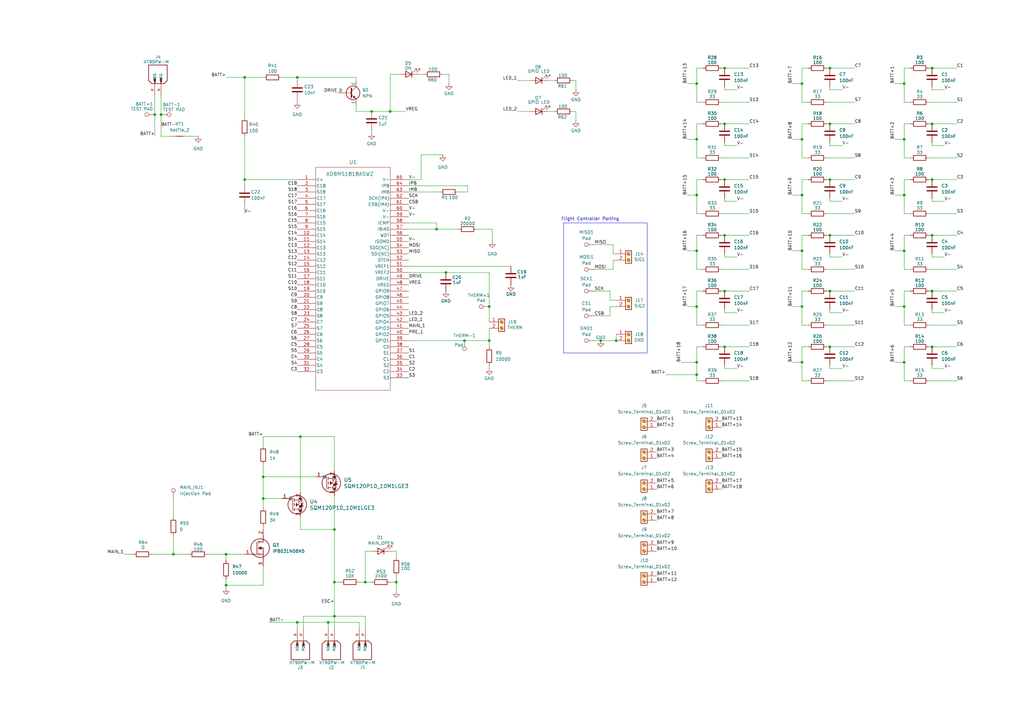
<source format=kicad_sch>
(kicad_sch (version 20250114) (generator "eeschema") (generator_version "9.0")
  (paper "A3")
  (rectangle (start 231.14 91.44) (end 265.43 144.78))
  (text "Flight Controller Porting" (at 242.062 89.916 0) (effects (font (size 1.27 1.27))))
  (junction (at 382.27 73.66))
  (junction (at 252.73 139.7))
  (junction (at 328.93 57.15))
  (junction (at 340.36 50.8))
  (junction (at 340.36 119.38))
  (junction (at 340.36 96.52))
  (junction (at 160.02 45.72))
  (junction (at 149.86 238.76))
  (junction (at 246.38 139.7))
  (junction (at 107.95 204.47))
  (junction (at 328.93 125.73))
  (junction (at 382.27 142.24))
  (junction (at 328.93 80.01))
  (junction (at 121.92 31.75))
  (junction (at 285.75 148.59))
  (junction (at 297.18 142.24))
  (junction (at 328.93 148.59))
  (junction (at 285.75 102.87))
  (junction (at 66.04 46.99))
  (junction (at 63.5 46.99))
  (junction (at 340.36 73.66))
  (junction (at 92.71 227.33))
  (junction (at 285.75 34.29))
  (junction (at 285.75 80.01))
  (junction (at 152.4 45.72))
  (junction (at 340.36 27.94))
  (junction (at 123.19 179.07))
  (junction (at 179.07 93.98))
  (junction (at 382.27 50.8))
  (junction (at 370.84 125.73))
  (junction (at 100.33 31.75))
  (junction (at 297.18 73.66))
  (junction (at 297.18 119.38))
  (junction (at 328.93 102.87))
  (junction (at 137.16 217.17))
  (junction (at 121.92 255.27))
  (junction (at 370.84 57.15))
  (junction (at 370.84 80.01))
  (junction (at 182.88 111.76))
  (junction (at 107.95 195.58))
  (junction (at 297.18 50.8))
  (junction (at 137.16 238.76))
  (junction (at 100.33 73.66))
  (junction (at 297.18 96.52))
  (junction (at 370.84 34.29))
  (junction (at 285.75 57.15))
  (junction (at 200.66 125.73))
  (junction (at 285.75 125.73))
  (junction (at 340.36 142.24))
  (junction (at 200.66 139.7))
  (junction (at 162.56 238.76))
  (junction (at 92.71 240.03))
  (junction (at 285.75 153.67))
  (junction (at 134.62 255.27))
  (junction (at 137.16 252.73))
  (junction (at 382.27 96.52))
  (junction (at 382.27 119.38))
  (junction (at 328.93 34.29))
  (junction (at 71.12 227.33))
  (junction (at 370.84 102.87))
  (junction (at 190.5 139.7))
  (junction (at 370.84 148.59))
  (junction (at 297.18 27.94))
  (junction (at 382.27 27.94))
  (no_connect (at 280.67 -3.81))
  (wire (pts (xy 350.52 133.35) (xy 339.09 133.35)))
  (wire (pts (xy 285.75 87.63) (xy 288.29 87.63)))
  (wire (pts (xy 172.72 63.5) (xy 172.72 73.66)))
  (wire (pts (xy 190.5 139.7) (xy 200.66 139.7)))
  (wire (pts (xy 285.75 102.87) (xy 285.75 96.52)))
  (wire (pts (xy 328.93 119.38) (xy 331.47 119.38)))
  (wire (pts (xy 152.4 226.06) (xy 149.86 226.06)))
  (wire (pts (xy 340.36 128.27) (xy 340.36 127)))
  (wire (pts (xy 184.15 34.29) (xy 184.15 30.48)))
  (wire (pts (xy 279.4 148.59) (xy 285.75 148.59)))
  (wire (pts (xy 167.64 109.22) (xy 209.55 109.22)))
  (wire (pts (xy 302.26 59.69) (xy 297.18 59.69)))
  (wire (pts (xy 129.54 195.58) (xy 107.95 195.58)))
  (wire (pts (xy 123.19 179.07) (xy 123.19 201.93)))
  (wire (pts (xy 100.33 31.75) (xy 92.71 31.75)))
  (wire (pts (xy 328.93 133.35) (xy 328.93 125.73)))
  (wire (pts (xy 243.84 100.33) (xy 251.46 100.33)))
  (wire (pts (xy 281.94 102.87) (xy 285.75 102.87)))
  (wire (pts (xy 328.93 50.8) (xy 331.47 50.8)))
  (wire (pts (xy 328.93 41.91) (xy 328.93 34.29)))
  (wire (pts (xy 179.07 93.98) (xy 187.96 93.98)))
  (wire (pts (xy 340.36 27.94) (xy 339.09 27.94)))
  (wire (pts (xy 63.5 46.99) (xy 63.5 39.37)))
  (wire (pts (xy 297.18 27.94) (xy 295.91 27.94)))
  (wire (pts (xy 328.93 142.24) (xy 331.47 142.24)))
  (wire (pts (xy 382.27 128.27) (xy 382.27 127)))
  (wire (pts (xy 382.27 96.52) (xy 392.43 96.52)))
  (wire (pts (xy 382.27 82.55) (xy 382.27 81.28)))
  (wire (pts (xy 297.18 151.13) (xy 297.18 149.86)))
  (wire (pts (xy 160.02 30.48) (xy 160.02 45.72)))
  (wire (pts (xy 302.26 151.13) (xy 297.18 151.13)))
  (wire (pts (xy 325.12 125.73) (xy 328.93 125.73)))
  (wire (pts (xy 66.04 46.99) (xy 66.04 39.37)))
  (wire (pts (xy 340.36 82.55) (xy 340.36 81.28)))
  (wire (pts (xy 246.38 139.7) (xy 252.73 139.7)))
  (wire (pts (xy 124.46 257.81) (xy 124.46 252.73)))
  (wire (pts (xy 160.02 45.72) (xy 166.37 45.72)))
  (wire (pts (xy 147.32 238.76) (xy 149.86 238.76)))
  (wire (pts (xy 367.03 148.59) (xy 370.84 148.59)))
  (wire (pts (xy 200.66 142.24) (xy 200.66 139.7)))
  (wire (pts (xy 149.86 226.06) (xy 149.86 238.76)))
  (wire (pts (xy 281.94 57.15) (xy 285.75 57.15)))
  (wire (pts (xy 121.92 255.27) (xy 110.49 255.27)))
  (wire (pts (xy 302.26 128.27) (xy 297.18 128.27)))
  (wire (pts (xy 100.33 87.63) (xy 100.33 83.82)))
  (wire (pts (xy 297.18 73.66) (xy 307.34 73.66)))
  (wire (pts (xy 382.27 36.83) (xy 382.27 35.56)))
  (wire (pts (xy 167.64 76.2) (xy 191.77 76.2)))
  (wire (pts (xy 340.36 151.13) (xy 340.36 149.86)))
  (wire (pts (xy 382.27 96.52) (xy 381 96.52)))
  (wire (pts (xy 367.03 125.73) (xy 370.84 125.73)))
  (wire (pts (xy 328.93 156.21) (xy 331.47 156.21)))
  (wire (pts (xy 370.84 57.15) (xy 370.84 50.8)))
  (wire (pts (xy 328.93 148.59) (xy 328.93 142.24)))
  (wire (pts (xy 121.92 31.75) (xy 121.92 33.02)))
  (wire (pts (xy 162.56 228.6) (xy 162.56 226.06)))
  (wire (pts (xy 367.03 80.01) (xy 370.84 80.01)))
  (wire (pts (xy 340.36 36.83) (xy 340.36 35.56)))
  (wire (pts (xy 350.52 64.77) (xy 339.09 64.77)))
  (wire (pts (xy 200.66 125.73) (xy 200.66 132.08)))
  (wire (pts (xy 382.27 50.8) (xy 392.43 50.8)))
  (wire (pts (xy 387.35 59.69) (xy 382.27 59.69)))
  (wire (pts (xy 297.18 27.94) (xy 307.34 27.94)))
  (wire (pts (xy 367.03 102.87) (xy 370.84 102.87)))
  (wire (pts (xy 307.34 133.35) (xy 295.91 133.35)))
  (wire (pts (xy 180.34 78.74) (xy 167.64 78.74)))
  (wire (pts (xy 350.52 110.49) (xy 339.09 110.49)))
  (wire (pts (xy 328.93 80.01) (xy 328.93 73.66)))
  (wire (pts (xy 297.18 96.52) (xy 295.91 96.52)))
  (wire (pts (xy 340.36 142.24) (xy 339.09 142.24)))
  (wire (pts (xy 250.19 119.38) (xy 250.19 123.19)))
  (wire (pts (xy 387.35 105.41) (xy 382.27 105.41)))
  (wire (pts (xy 370.84 102.87) (xy 370.84 96.52)))
  (wire (pts (xy 345.44 105.41) (xy 340.36 105.41)))
  (wire (pts (xy 251.46 106.68) (xy 252.73 106.68)))
  (wire (pts (xy 328.93 87.63) (xy 331.47 87.63)))
  (wire (pts (xy 71.12 227.33) (xy 77.47 227.33)))
  (wire (pts (xy 172.72 73.66) (xy 167.64 73.66)))
  (wire (pts (xy 382.27 73.66) (xy 381 73.66)))
  (wire (pts (xy 107.95 204.47) (xy 107.95 208.28)))
  (wire (pts (xy 325.12 57.15) (xy 328.93 57.15)))
  (wire (pts (xy 370.84 133.35) (xy 370.84 125.73)))
  (wire (pts (xy 297.18 59.69) (xy 297.18 58.42)))
  (wire (pts (xy 107.95 240.03) (xy 107.95 232.41)))
  (wire (pts (xy 149.86 238.76) (xy 152.4 238.76)))
  (wire (pts (xy 285.75 34.29) (xy 285.75 27.94)))
  (wire (pts (xy 392.43 156.21) (xy 381 156.21)))
  (wire (pts (xy 201.93 99.06) (xy 201.93 93.98)))
  (wire (pts (xy 370.84 142.24) (xy 373.38 142.24)))
  (wire (pts (xy 162.56 238.76) (xy 160.02 238.76)))
  (wire (pts (xy 370.84 87.63) (xy 373.38 87.63)))
  (wire (pts (xy 285.75 27.94) (xy 288.29 27.94)))
  (wire (pts (xy 167.64 93.98) (xy 179.07 93.98)))
  (wire (pts (xy 81.28 55.88) (xy 76.2 55.88)))
  (wire (pts (xy 387.35 151.13) (xy 382.27 151.13)))
  (wire (pts (xy 297.18 73.66) (xy 295.91 73.66)))
  (wire (pts (xy 387.35 82.55) (xy 382.27 82.55)))
  (wire (pts (xy 285.75 148.59) (xy 285.75 142.24)))
  (wire (pts (xy 328.93 57.15) (xy 328.93 50.8)))
  (wire (pts (xy 147.32 257.81) (xy 147.32 255.27)))
  (wire (pts (xy 345.44 59.69) (xy 340.36 59.69)))
  (wire (pts (xy 285.75 125.73) (xy 285.75 119.38)))
  (wire (pts (xy 285.75 153.67) (xy 285.75 148.59)))
  (wire (pts (xy 250.19 125.73) (xy 252.73 125.73)))
  (wire (pts (xy 392.43 64.77) (xy 381 64.77)))
  (wire (pts (xy 307.34 64.77) (xy 295.91 64.77)))
  (wire (pts (xy 328.93 102.87) (xy 328.93 96.52)))
  (wire (pts (xy 107.95 190.5) (xy 107.95 195.58)))
  (wire (pts (xy 285.75 110.49) (xy 285.75 102.87)))
  (wire (pts (xy 121.92 40.64) (xy 121.92 41.91)))
  (wire (pts (xy 328.93 34.29) (xy 328.93 27.94)))
  (wire (pts (xy 285.75 133.35) (xy 285.75 125.73)))
  (wire (pts (xy 370.84 87.63) (xy 370.84 80.01)))
  (wire (pts (xy 297.18 96.52) (xy 307.34 96.52)))
  (wire (pts (xy 200.66 151.13) (xy 200.66 149.86)))
  (wire (pts (xy 370.84 119.38) (xy 373.38 119.38)))
  (wire (pts (xy 350.52 87.63) (xy 339.09 87.63)))
  (wire (pts (xy 251.46 106.68) (xy 251.46 110.49)))
  (wire (pts (xy 100.33 73.66) (xy 100.33 76.2)))
  (wire (pts (xy 200.66 111.76) (xy 182.88 111.76)))
  (wire (pts (xy 246.38 139.7) (xy 243.84 139.7)))
  (wire (pts (xy 100.33 55.88) (xy 100.33 73.66)))
  (wire (pts (xy 340.36 105.41) (xy 340.36 104.14)))
  (wire (pts (xy 370.84 125.73) (xy 370.84 119.38)))
  (wire (pts (xy 285.75 156.21) (xy 285.75 153.67)))
  (wire (pts (xy 340.36 50.8) (xy 339.09 50.8)))
  (wire (pts (xy 325.12 80.01) (xy 328.93 80.01)))
  (wire (pts (xy 160.02 30.48) (xy 163.83 30.48)))
  (wire (pts (xy 340.36 119.38) (xy 339.09 119.38)))
  (wire (pts (xy 92.71 241.3) (xy 92.71 240.03)))
  (wire (pts (xy 200.66 139.7) (xy 200.66 134.62)))
  (wire (pts (xy 307.34 156.21) (xy 295.91 156.21)))
  (wire (pts (xy 340.36 142.24) (xy 350.52 142.24)))
  (wire (pts (xy 340.36 50.8) (xy 350.52 50.8)))
  (wire (pts (xy 302.26 82.55) (xy 297.18 82.55)))
  (wire (pts (xy 243.84 119.38) (xy 250.19 119.38)))
  (wire (pts (xy 350.52 156.21) (xy 339.09 156.21)))
  (wire (pts (xy 236.22 49.53) (xy 236.22 45.72)))
  (wire (pts (xy 227.33 45.72) (xy 224.79 45.72)))
  (wire (pts (xy 137.16 238.76) (xy 139.7 238.76)))
  (wire (pts (xy 236.22 36.83) (xy 236.22 33.02)))
  (wire (pts (xy 297.18 119.38) (xy 307.34 119.38)))
  (wire (pts (xy 328.93 156.21) (xy 328.93 148.59)))
  (wire (pts (xy 107.95 179.07) (xy 123.19 179.07)))
  (wire (pts (xy 325.12 148.59) (xy 328.93 148.59)))
  (wire (pts (xy 392.43 110.49) (xy 381 110.49)))
  (wire (pts (xy 297.18 142.24) (xy 307.34 142.24)))
  (wire (pts (xy 123.19 217.17) (xy 123.19 212.09)))
  (wire (pts (xy 137.16 252.73) (xy 137.16 257.81)))
  (wire (pts (xy 252.73 137.16) (xy 252.73 139.7)))
  (wire (pts (xy 297.18 36.83) (xy 297.18 35.56)))
  (wire (pts (xy 285.75 133.35) (xy 288.29 133.35)))
  (wire (pts (xy 250.19 129.54) (xy 250.19 125.73)))
  (wire (pts (xy 184.15 30.48) (xy 181.61 30.48)))
  (wire (pts (xy 297.18 50.8) (xy 295.91 50.8)))
  (wire (pts (xy 370.84 64.77) (xy 370.84 57.15)))
  (wire (pts (xy 179.07 93.98) (xy 179.07 91.44)))
  (wire (pts (xy 121.92 255.27) (xy 121.92 257.81)))
  (wire (pts (xy 285.75 64.77) (xy 285.75 57.15)))
  (wire (pts (xy 370.84 156.21) (xy 373.38 156.21)))
  (wire (pts (xy 297.18 128.27) (xy 297.18 127)))
  (wire (pts (xy 285.75 119.38) (xy 288.29 119.38)))
  (wire (pts (xy 137.16 238.76) (xy 137.16 252.73)))
  (wire (pts (xy 392.43 133.35) (xy 381 133.35)))
  (wire (pts (xy 285.75 96.52) (xy 288.29 96.52)))
  (wire (pts (xy 285.75 156.21) (xy 288.29 156.21)))
  (wire (pts (xy 236.22 33.02) (xy 234.95 33.02)))
  (wire (pts (xy 285.75 57.15) (xy 285.75 50.8)))
  (wire (pts (xy 285.75 87.63) (xy 285.75 80.01)))
  (wire (pts (xy 285.75 80.01) (xy 285.75 73.66)))
  (wire (pts (xy 285.75 73.66) (xy 288.29 73.66)))
  (wire (pts (xy 285.75 50.8) (xy 288.29 50.8)))
  (wire (pts (xy 307.34 110.49) (xy 295.91 110.49)))
  (wire (pts (xy 382.27 119.38) (xy 392.43 119.38)))
  (wire (pts (xy 124.46 252.73) (xy 137.16 252.73)))
  (wire (pts (xy 167.64 139.7) (xy 190.5 139.7)))
  (wire (pts (xy 328.93 64.77) (xy 331.47 64.77)))
  (wire (pts (xy 340.36 96.52) (xy 350.52 96.52)))
  (wire (pts (xy 137.16 203.2) (xy 137.16 217.17)))
  (wire (pts (xy 370.84 41.91) (xy 373.38 41.91)))
  (wire (pts (xy 307.34 41.91) (xy 295.91 41.91)))
  (wire (pts (xy 285.75 64.77) (xy 288.29 64.77)))
  (wire (pts (xy 71.12 204.47) (xy 71.12 212.09)))
  (wire (pts (xy 387.35 36.83) (xy 382.27 36.83)))
  (wire (pts (xy 121.92 31.75) (xy 115.57 31.75)))
  (wire (pts (xy 328.93 27.94) (xy 331.47 27.94)))
  (wire (pts (xy 367.03 57.15) (xy 370.84 57.15)))
  (wire (pts (xy 387.35 128.27) (xy 382.27 128.27)))
  (wire (pts (xy 370.84 96.52) (xy 373.38 96.52)))
  (wire (pts (xy 370.84 34.29) (xy 370.84 27.94)))
  (wire (pts (xy 325.12 102.87) (xy 328.93 102.87)))
  (wire (pts (xy 382.27 59.69) (xy 382.27 58.42)))
  (wire (pts (xy 382.27 151.13) (xy 382.27 149.86)))
  (wire (pts (xy 100.33 31.75) (xy 107.95 31.75)))
  (wire (pts (xy 181.61 63.5) (xy 172.72 63.5)))
  (wire (pts (xy 92.71 240.03) (xy 107.95 240.03)))
  (wire (pts (xy 152.4 45.72) (xy 160.02 45.72)))
  (wire (pts (xy 297.18 119.38) (xy 295.91 119.38)))
  (wire (pts (xy 92.71 240.03) (xy 92.71 237.49)))
  (wire (pts (xy 328.93 110.49) (xy 328.93 102.87)))
  (wire (pts (xy 121.92 31.75) (xy 146.05 31.75)))
  (wire (pts (xy 50.8 227.33) (xy 54.61 227.33)))
  (wire (pts (xy 307.34 87.63) (xy 295.91 87.63)))
  (wire (pts (xy 66.04 55.88) (xy 71.12 55.88)))
  (wire (pts (xy 134.62 255.27) (xy 121.92 255.27)))
  (wire (pts (xy 285.75 142.24) (xy 288.29 142.24)))
  (wire (pts (xy 370.84 156.21) (xy 370.84 148.59)))
  (wire (pts (xy 370.84 133.35) (xy 373.38 133.35)))
  (wire (pts (xy 281.94 125.73) (xy 285.75 125.73)))
  (wire (pts (xy 382.27 142.24) (xy 381 142.24)))
  (wire (pts (xy 345.44 151.13) (xy 340.36 151.13)))
  (wire (pts (xy 328.93 41.91) (xy 331.47 41.91)))
  (wire (pts (xy 382.27 73.66) (xy 392.43 73.66)))
  (wire (pts (xy 382.27 119.38) (xy 381 119.38)))
  (wire (pts (xy 123.19 217.17) (xy 137.16 217.17)))
  (wire (pts (xy 328.93 110.49) (xy 331.47 110.49)))
  (wire (pts (xy 297.18 142.24) (xy 295.91 142.24)))
  (wire (pts (xy 382.27 27.94) (xy 392.43 27.94)))
  (wire (pts (xy 350.52 41.91) (xy 339.09 41.91)))
  (wire (pts (xy 367.03 34.29) (xy 370.84 34.29)))
  (wire (pts (xy 370.84 110.49) (xy 373.38 110.49)))
  (wire (pts (xy 382.27 142.24) (xy 392.43 142.24)))
  (wire (pts (xy 297.18 105.41) (xy 297.18 104.14)))
  (wire (pts (xy 167.64 111.76) (xy 182.88 111.76)))
  (wire (pts (xy 212.09 45.72) (xy 217.17 45.72)))
  (wire (pts (xy 201.93 93.98) (xy 195.58 93.98)))
  (wire (pts (xy 250.19 123.19) (xy 252.73 123.19)))
  (wire (pts (xy 100.33 73.66) (xy 121.92 73.66)))
  (wire (pts (xy 382.27 27.94) (xy 381 27.94)))
  (wire (pts (xy 123.19 179.07) (xy 137.16 179.07)))
  (wire (pts (xy 187.96 78.74) (xy 191.77 78.74)))
  (wire (pts (xy 179.07 91.44) (xy 167.64 91.44)))
  (wire (pts (xy 328.93 73.66) (xy 331.47 73.66)))
  (wire (pts (xy 370.84 50.8) (xy 373.38 50.8)))
  (wire (pts (xy 85.09 227.33) (xy 92.71 227.33)))
  (wire (pts (xy 149.86 252.73) (xy 149.86 257.81)))
  (wire (pts (xy 107.95 179.07) (xy 107.95 182.88)))
  (wire (pts (xy 340.36 96.52) (xy 339.09 96.52)))
  (wire (pts (xy 302.26 105.41) (xy 297.18 105.41)))
  (wire (pts (xy 340.36 73.66) (xy 350.52 73.66)))
  (wire (pts (xy 285.75 41.91) (xy 285.75 34.29)))
  (wire (pts (xy 212.09 33.02) (xy 217.17 33.02)))
  (wire (pts (xy 100.33 31.75) (xy 100.33 48.26)))
  (wire (pts (xy 137.16 193.04) (xy 137.16 179.07)))
  (wire (pts (xy 281.94 34.29) (xy 285.75 34.29)))
  (wire (pts (xy 107.95 215.9) (xy 107.95 217.17)))
  (wire (pts (xy 370.84 110.49) (xy 370.84 102.87)))
  (wire (pts (xy 328.93 87.63) (xy 328.93 80.01)))
  (wire (pts (xy 162.56 238.76) (xy 162.56 242.57)))
  (wire (pts (xy 285.75 41.91) (xy 288.29 41.91)))
  (wire (pts (xy 285.75 110.49) (xy 288.29 110.49)))
  (wire (pts (xy 152.4 54.61) (xy 152.4 53.34)))
  (wire (pts (xy 63.5 55.88) (xy 63.5 46.99)))
  (wire (pts (xy 162.56 236.22) (xy 162.56 238.76)))
  (wire (pts (xy 92.71 227.33) (xy 100.33 227.33)))
  (wire (pts (xy 173.99 30.48) (xy 171.45 30.48)))
  (wire (pts (xy 325.12 34.29) (xy 328.93 34.29)))
  (wire (pts (xy 345.44 82.55) (xy 340.36 82.55)))
  (wire (pts (xy 236.22 45.72) (xy 234.95 45.72)))
  (wire (pts (xy 340.36 119.38) (xy 350.52 119.38)))
  (wire (pts (xy 251.46 104.14) (xy 252.73 104.14)))
  (wire (pts (xy 392.43 87.63) (xy 381 87.63)))
  (wire (pts (xy 137.16 217.17) (xy 137.16 238.76)))
  (wire (pts (xy 243.84 110.49) (xy 251.46 110.49)))
  (wire (pts (xy 370.84 80.01) (xy 370.84 73.66)))
  (wire (pts (xy 147.32 255.27) (xy 134.62 255.27)))
  (wire (pts (xy 328.93 133.35) (xy 331.47 133.35)))
  (wire (pts (xy 370.84 148.59) (xy 370.84 142.24)))
  (wire (pts (xy 273.05 153.67) (xy 285.75 153.67)))
  (wire (pts (xy 66.04 55.88) (xy 66.04 46.99)))
  (wire (pts (xy 370.84 27.94) (xy 373.38 27.94)))
  (wire (pts (xy 340.36 27.94) (xy 350.52 27.94)))
  (wire (pts (xy 227.33 33.02) (xy 224.79 33.02)))
  (wire (pts (xy 92.71 229.87) (xy 92.71 227.33)))
  (wire (pts (xy 392.43 41.91) (xy 381 41.91)))
  (wire (pts (xy 345.44 36.83) (xy 340.36 36.83)))
  (wire (pts (xy 137.16 252.73) (xy 149.86 252.73)))
  (wire (pts (xy 146.05 45.72) (xy 146.05 43.18)))
  (wire (pts (xy 370.84 73.66) (xy 373.38 73.66)))
  (wire (pts (xy 370.84 41.91) (xy 370.84 34.29)))
  (wire (pts (xy 328.93 125.73) (xy 328.93 119.38)))
  (wire (pts (xy 146.05 45.72) (xy 152.4 45.72)))
  (wire (pts (xy 382.27 50.8) (xy 381 50.8)))
  (wire (pts (xy 107.95 204.47) (xy 115.57 204.47)))
  (wire (pts (xy 200.66 111.76) (xy 200.66 125.73)))
  (wire (pts (xy 191.77 76.2) (xy 191.77 78.74)))
  (wire (pts (xy 328.93 96.52) (xy 331.47 96.52)))
  (wire (pts (xy 62.23 227.33) (xy 71.12 227.33)))
  (wire (pts (xy 370.84 64.77) (xy 373.38 64.77)))
  (wire (pts (xy 251.46 100.33) (xy 251.46 104.14)))
  (wire (pts (xy 302.26 36.83) (xy 297.18 36.83)))
  (wire (pts (xy 345.44 128.27) (xy 340.36 128.27)))
  (wire (pts (xy 243.84 129.54) (xy 250.19 129.54)))
  (wire (pts (xy 340.36 73.66) (xy 339.09 73.66)))
  (wire (pts (xy 281.94 80.01) (xy 285.75 80.01)))
  (wire (pts (xy 382.27 105.41) (xy 382.27 104.14)))
  (wire (pts (xy 297.18 82.55) (xy 297.18 81.28)))
  (wire (pts (xy 134.62 255.27) (xy 134.62 257.81)))
  (wire (pts (xy 340.36 59.69) (xy 340.36 58.42)))
  (wire (pts (xy 107.95 195.58) (xy 107.95 204.47)))
  (wire (pts (xy 328.93 64.77) (xy 328.93 57.15)))
  (wire (pts (xy 146.05 31.75) (xy 146.05 33.02)))
  (wire (pts (xy 71.12 219.71) (xy 71.12 227.33)))
  (wire (pts (xy 297.18 50.8) (xy 307.34 50.8)))
  (wire (pts (xy 162.56 226.06) (xy 160.02 226.06)))
  (label "V-" (at 387.35 151.13 0))
  (label "C12" (at 350.52 142.24 0))
  (label "S1" (at 167.64 144.78 0))
  (label "S10" (at 121.92 119.38 180))
  (label "V-" (at 302.26 105.41 0))
  (label "C16" (at 121.92 86.36 180))
  (label "V-" (at 345.44 151.13 0))
  (label "S15" (at 307.34 87.63 0))
  (label "C17" (at 121.92 81.28 180))
  (label "MAIN_1" (at 50.8 227.33 180))
  (label "BATT+8" (at 269.24 213.36 0))
  (label "BATT+4" (at 367.03 102.87 90))
  (label "V-" (at 345.44 128.27 0))
  (label "BATT+3" (at 269.24 185.42 0))
  (label "BATT+" (at 63.5 55.88 180))
  (label "DRIVE" (at 167.64 114.3 0))
  (label "VREG" (at 166.37 45.72 0))
  (label "S2" (at 167.64 149.86 0))
  (label "V-" (at 387.35 128.27 0))
  (label "S18" (at 307.34 156.21 0))
  (label "V-" (at 387.35 59.69 0))
  (label "BATT+8" (at 325.12 57.15 90))
  (label "C11" (at 121.92 111.76 180))
  (label "BATT+7" (at 269.24 210.82 0))
  (label "S1" (at 392.43 41.91 0))
  (label "V-" (at 167.64 86.36 0))
  (label "BATT+2" (at 269.24 175.26 0))
  (label "V-" (at 167.64 88.9 0))
  (label "BATT+11" (at 325.12 125.73 90))
  (label "C4" (at 121.92 147.32 180))
  (label "V-" (at 387.35 82.55 0))
  (label "VREG" (at 167.64 116.84 0))
  (label "C6" (at 392.43 142.24 0))
  (label "V-" (at 302.26 128.27 0))
  (label "V-" (at 345.44 36.83 0))
  (label "LED_2" (at 212.09 45.72 180))
  (label "C17" (at 307.34 119.38 0))
  (label "BATT+18" (at 279.4 148.59 90))
  (label "S7" (at 350.52 41.91 0))
  (label "C13" (at 307.34 27.94 0))
  (label "V-" (at 167.64 99.06 0))
  (label "BATT+16" (at 281.94 102.87 90))
  (label "BATT+14" (at 281.94 57.15 90))
  (label "V-" (at 302.26 82.55 0))
  (label "C10" (at 121.92 116.84 180))
  (label "IPB" (at 167.64 76.2 0))
  (label "C13" (at 121.92 101.6 180))
  (label "BATT+1" (at 367.03 34.29 90))
  (label "BATT+17" (at 295.91 198.12 0))
  (label "BATT+18" (at 295.91 200.66 0))
  (label "C10" (at 350.52 96.52 0))
  (label "BATT+12" (at 269.24 238.76 0))
  (label "V-" (at 302.26 36.83 0))
  (label "BATT+2" (at 367.03 57.15 90))
  (label "BATT-" (at 110.49 255.27 0))
  (label "BATT+7" (at 325.12 34.29 90))
  (label "S4" (at 392.43 110.49 0))
  (label "BATT+4" (at 269.24 187.96 0))
  (label "BATT+9" (at 269.24 223.52 0))
  (label "BATT+12" (at 325.12 148.59 90))
  (label "C2" (at 167.64 152.4 0))
  (label "MAIN_1" (at 167.64 134.62 0))
  (label "SCK" (at 243.84 119.38 0))
  (label "BATT+5" (at 367.03 125.73 90))
  (label "BATT-" (at 66.04 52.07 0))
  (label "S6" (at 392.43 156.21 0))
  (label "S18" (at 121.92 78.74 180))
  (label "PRE_1" (at 167.64 137.16 0))
  (label "C5" (at 392.43 119.38 0))
  (label "LED_1" (at 167.64 132.08 0))
  (label "C6" (at 121.92 137.16 180))
  (label "S15" (at 121.92 93.98 180))
  (label "BATT+13" (at 295.91 172.72 0))
  (label "S5" (at 121.92 144.78 180))
  (label "C1" (at 167.64 147.32 0))
  (label "S3" (at 167.64 154.94 0))
  (label "BATT+" (at 92.71 31.75 180))
  (label "S14" (at 121.92 99.06 180))
  (label "BATT+15" (at 295.91 185.42 0))
  (label "BATT+13" (at 281.94 34.29 90))
  (label "S8" (at 350.52 64.77 0))
  (label "S8" (at 121.92 129.54 180))
  (label "C3" (at 121.92 152.4 180))
  (label "S9" (at 121.92 124.46 180))
  (label "S7" (at 121.92 134.62 180))
  (label "BATT+9" (at 325.12 80.01 90))
  (label "S4" (at 121.92 149.86 180))
  (label "C15" (at 121.92 91.44 180))
  (label "S14" (at 307.34 64.77 0))
  (label "S5" (at 392.43 133.35 0))
  (label "S9" (at 350.52 87.63 0))
  (label "V-" (at 345.44 82.55 0))
  (label "S13" (at 121.92 104.14 180))
  (label "BATT+17" (at 281.94 125.73 90))
  (label "S11" (at 350.52 133.35 0))
  (label "MISO" (at 167.64 104.14 0))
  (label "S17" (at 121.92 83.82 180))
  (label "ESC+" (at 137.16 247.65 180))
  (label "BATT+14" (at 295.91 175.26 0))
  (label "C18" (at 307.34 142.24 0))
  (label "CSB" (at 243.84 129.54 0))
  (label "C12" (at 121.92 106.68 180))
  (label "C8" (at 350.52 50.8 0))
  (label "BATT+6" (at 269.24 200.66 0))
  (label "BATT+15" (at 281.94 80.01 90))
  (label "BATT+6" (at 367.03 148.59 90))
  (label "SCK" (at 167.64 81.28 0))
  (label "BATT+10" (at 269.24 226.06 0))
  (label "S16" (at 121.92 88.9 180))
  (label "MOSI" (at 243.84 110.49 0))
  (label "LED_1" (at 212.09 33.02 180))
  (label "V-" (at 345.44 59.69 0))
  (label "C11" (at 350.52 119.38 0))
  (label "S13" (at 307.34 41.91 0))
  (label "S6" (at 121.92 139.7 180))
  (label "S10" (at 350.52 110.49 0))
  (label "S11" (at 121.92 114.3 180))
  (label "V-" (at 167.64 73.66 0))
  (label "V-" (at 100.33 87.63 0))
  (label "LED_2" (at 167.64 129.54 0))
  (label "V-" (at 387.35 36.83 0))
  (label "C9" (at 350.52 73.66 0))
  (label "S2" (at 392.43 64.77 0))
  (label "C4" (at 392.43 96.52 0))
  (label "BATT+5" (at 269.24 198.12 0))
  (label "BATT+16" (at 295.91 187.96 0))
  (label "C15" (at 307.34 73.66 0))
  (label "V-" (at 345.44 105.41 0))
  (label "S12" (at 350.52 156.21 0))
  (label "BATT+" (at 273.05 153.67 180))
  (label "BATT+" (at 107.95 179.07 180))
  (label "C7" (at 121.92 132.08 180))
  (label "C14" (at 121.92 96.52 180))
  (label "C14" (at 307.34 50.8 0))
  (label "S12" (at 121.92 109.22 180))
  (label "MISO" (at 243.84 100.33 0))
  (label "IMB" (at 167.64 78.74 0))
  (label "C1" (at 392.43 27.94 0))
  (label "BATT+3" (at 367.03 80.01 90))
  (label "DRIVE" (at 138.43 38.1 180))
  (label "S16" (at 307.34 110.49 0))
  (label "S17" (at 307.34 133.35 0))
  (label "C3" (at 392.43 73.66 0))
  (label "BATT+10" (at 325.12 102.87 90))
  (label "CSB" (at 167.64 83.82 0))
  (label "BATT+1" (at 269.24 172.72 0))
  (label "V-" (at 302.26 59.69 0))
  (label "V-" (at 387.35 105.41 0))
  (label "MOSI" (at 167.64 101.6 0))
  (label "C5" (at 121.92 142.24 180))
  (label "C2" (at 392.43 50.8 0))
  (label "C7" (at 350.52 27.94 0))
  (label "C18" (at 121.92 76.2 180))
  (label "C16" (at 307.34 96.52 0))
  (label "C8" (at 121.92 127 180))
  (label "BATT+11" (at 269.24 236.22 0))
  (label "C9" (at 121.92 121.92 180))
  (label "S3" (at 392.43 87.63 0))
  (label "V-" (at 302.26 151.13 0))
  (symbol (lib_id "power:GND") (at 121.92 41.91 0) (unit 1)
    (property "Reference" "#PWR08" (effects (hide yes)))
    (property "Value" "GND" (at 121.92 46.99 0))
    (property "Description" "Power symbol creates a global label with name \"GND\" , ground" (effects (hide yes)))
  )
  (symbol (lib_id "Device:R") (at 292.1 133.35 270) (unit 1)
    (property "Reference" "R37" (at 292.1 129.032 90))
    (property "Value" "33" (at 292.1 131.064 90))
    (property "Footprint" "Resistor_SMD:R_1210_3225Metric" (effects (hide yes)))
    (property "Description" "Resistor" (effects (hide yes)))
  )
  (symbol (lib_id "Device:R") (at 292.1 50.8 90) (unit 1)
    (property "Reference" "R30" (at 292.1 46.482 90))
    (property "Value" "100" (at 292.1 48.514 90))
    (property "Footprint" "Resistor_SMD:R_1210_3225Metric" (effects (hide yes)))
    (property "Description" "Resistor" (effects (hide yes)))
  )
  (symbol (lib_id "Device:R") (at 231.14 33.02 270) (unit 1)
    (property "Reference" "R61" (at 230.632 35.306 90))
    (property "Value" "100" (at 230.886 30.988 90))
    (property "Footprint" "Resistor_SMD:R_0805_2012Metric" (effects (hide yes)))
    (property "Description" "Resistor" (effects (hide yes)))
  )
  (symbol (lib_id "Connector:Screw_Terminal_01x02") (at 264.16 238.76 180) (unit 1)
    (property "Reference" "J10" (at 264.16 229.87 0))
    (property "Value" "Screw_Terminal_01x02" (at 264.16 232.41 0))
    (property "Footprint" "KF301-2P:HANDSON_KF301-2P" (effects (hide yes)))
    (property "Description" "Generic screw terminal, single row, 01x02, script generated (kicad-library-utils/schlib/autogen/connector/)" (effects (hide yes)))
  )
  (symbol (lib_id "Connector:Screw_Terminal_01x02") (at 264.16 226.06 180) (unit 1)
    (property "Reference" "J9" (at 264.16 217.17 0))
    (property "Value" "Screw_Terminal_01x02" (at 264.16 219.71 0))
    (property "Footprint" "KF301-2P:HANDSON_KF301-2P" (effects (hide yes)))
    (property "Description" "Generic screw terminal, single row, 01x02, script generated (kicad-library-utils/schlib/autogen/connector/)" (effects (hide yes)))
  )
  (symbol (lib_id "Device:C") (at 340.36 123.19 0) (unit 1)
    (property "Reference" "C11" (at 344.17 121.9199 0) (effects (justify left)))
    (property "Value" "100nF" (at 344.17 124.4599 0) (effects (justify left)))
    (property "Footprint" "Capacitor_SMD:C_0805_2012Metric" (effects (hide yes)))
    (property "Description" "Unpolarized capacitor" (effects (hide yes)))
  )
  (symbol (lib_id "Device:C") (at 297.18 77.47 0) (unit 1)
    (property "Reference" "C15" (at 300.99 76.1999 0) (effects (justify left)))
    (property "Value" "100nF" (at 300.99 78.7399 0) (effects (justify left)))
    (property "Footprint" "Capacitor_SMD:C_0805_2012Metric" (effects (hide yes)))
    (property "Description" "Unpolarized capacitor" (effects (hide yes)))
  )
  (symbol (lib_id "Connector:Screw_Terminal_01x02") (at 290.83 187.96 180) (unit 1)
    (property "Reference" "J12" (at 290.83 179.07 0))
    (property "Value" "Screw_Terminal_01x02" (at 290.83 181.61 0))
    (property "Footprint" "KF301-2P:HANDSON_KF301-2P" (effects (hide yes)))
    (property "Description" "Generic screw terminal, single row, 01x02, script generated (kicad-library-utils/schlib/autogen/connector/)" (effects (hide yes)))
  )
  (symbol (lib_id "Device:R") (at 191.77 93.98 90) (unit 1)
    (property "Reference" "R2" (at 191.77 89.662 90))
    (property "Value" "20000" (at 191.77 91.694 90))
    (property "Footprint" "Resistor_SMD:R_1210_3225Metric" (effects (hide yes)))
    (property "Description" "Resistor" (effects (hide yes)))
  )
  (symbol (lib_id "Device:R") (at 71.12 215.9 0) (unit 1)
    (property "Reference" "R50" (at 73.66 214.6299 0) (effects (justify left)))
    (property "Value" "0" (at 73.66 217.1699 0) (effects (justify left)))
    (property "Footprint" "Resistor_SMD:R_0805_2012Metric" (effects (hide yes)))
    (property "Description" "Resistor" (effects (hide yes)))
  )
  (symbol (lib_id "power:GND") (at 181.61 63.5 0) (unit 1)
    (property "Reference" "#PWR04" (effects (hide yes)))
    (property "Value" "GND" (at 181.61 68.58 0))
    (property "Description" "Power symbol creates a global label with name \"GND\" , ground" (effects (hide yes)))
  )
  (symbol (lib_id "XT90PW-M:XT90PW-M") (at 124.46 262.89 270) (unit 1)
    (property "Reference" "J3" (at 121.92 273.812 90) (effects (justify left)))
    (property "Value" "XT90PW-M" (at 118.618 271.78 90) (effects (justify left)))
    (property "Footprint" "XT90PW-M(1):AMASS_XT90PW-M" (effects (hide yes)))
    (property "MF" "AMASS" (effects (hide yes)))
    (property "Description_1" "Socket; DC supply; XT90; male; PIN: 2; on PCBs; THT; Colour: yellow" (effects (hide yes)))
    (property "Package" "Package" (effects (hide yes)))
    (property "Price" "None" (effects (hide yes)))
    (property "Check_prices" "https://www.snapeda.com/parts/XT90PW-M/AMASS/view-part/?ref=eda" (effects (hide yes)))
    (property "MAXIMUM_PACKAGE_HIEGHT" "10.3mm" (effects (hide yes)))
    (property "STANDARD" "Manufacturer Recommendations" (effects (hide yes)))
    (property "PARTREV" "V00" (effects (hide yes)))
    (property "SnapEDA_Link" "https://www.snapeda.com/parts/XT90PW-M/AMASS/view-part/?ref=snap" (effects (hide yes)))
    (property "MP" "XT90PW-M" (effects (hide yes)))
    (property "Availability" "In Stock" (effects (hide yes)))
    (property "MANUFACTURER" "AMASS" (effects (hide yes)))
  )
  (symbol (lib_id "Device:C") (at 382.27 77.47 0) (unit 1)
    (property "Reference" "C3" (at 386.08 76.1999 0) (effects (justify left)))
    (property "Value" "100nF" (at 386.08 78.7399 0) (effects (justify left)))
    (property "Footprint" "Capacitor_SMD:C_0805_2012Metric" (effects (hide yes)))
    (property "Description" "Unpolarized capacitor" (effects (hide yes)))
  )
  (symbol (lib_id "Connector:TestPoint") (at 243.84 110.49 90) (unit 1)
    (property "Reference" "MOSI1" (at 240.538 105.41 90))
    (property "Value" "Pad" (at 240.538 107.95 90))
    (property "Footprint" "TestPoint:TestPoint_Loop_D1.80mm_Drill1.0mm_Beaded" (effects (hide yes)))
    (property "Description" "test point" (effects (hide yes)))
  )
  (symbol (lib_id "power:GND") (at 81.28 55.88 0) (unit 1)
    (property "Reference" "#PWR09" (effects (hide yes)))
    (property "Value" "GND" (at 81.28 60.96 0))
    (property "Description" "Power symbol creates a global label with name \"GND\" , ground" (effects (hide yes)))
  )
  (symbol (lib_id "2025-11-17_06-12-10:SQM120P10_10M1LGE3") (at 129.54 195.58 0) (unit 1)
    (property "Reference" "U5" (at 140.97 196.8499 0) (effects (font (size 1.524 1.524)) (justify left)))
    (property "Value" "SQM120P10_10M1LGE3" (at 140.97 199.3899 0) (effects (font (size 1.524 1.524)) (justify left)))
    (property "Footprint" "Package_TO_SOT_SMD:TO-263-2" (effects (hide yes)))
    (property "Datasheet" "https://www.vishay.com/doc?76943" (effects (hide yes)))
  )
  (symbol (lib_id "Device:R") (at 107.95 186.69 0) (unit 1)
    (property "Reference" "R48" (at 110.49 185.4199 0) (effects (justify left)))
    (property "Value" "1K" (at 110.49 187.9599 0) (effects (justify left)))
    (property "Footprint" "Resistor_SMD:R_0805_2012Metric" (effects (hide yes)))
    (property "Description" "Resistor" (effects (hide yes)))
  )
  (symbol (lib_id "Device:R") (at 335.28 142.24 90) (unit 1)
    (property "Reference" "R26" (at 335.28 137.922 90))
    (property "Value" "100" (at 335.28 139.954 90))
    (property "Footprint" "Resistor_SMD:R_1210_3225Metric" (effects (hide yes)))
    (property "Description" "Resistor" (effects (hide yes)))
  )
  (symbol (lib_id "Device:C") (at 297.18 31.75 0) (unit 1)
    (property "Reference" "C13" (at 300.99 30.4799 0) (effects (justify left)))
    (property "Value" "100nF" (at 300.99 33.0199 0) (effects (justify left)))
    (property "Footprint" "Capacitor_SMD:C_0805_2012Metric" (effects (hide yes)))
    (property "Description" "Unpolarized capacitor" (effects (hide yes)))
  )
  (symbol (lib_id "Device:R") (at 335.28 73.66 90) (unit 1)
    (property "Reference" "R20" (at 335.28 69.342 90))
    (property "Value" "100" (at 335.28 71.374 90))
    (property "Footprint" "Resistor_SMD:R_1210_3225Metric" (effects (hide yes)))
    (property "Description" "Resistor" (effects (hide yes)))
  )
  (symbol (lib_id "Device:R") (at 143.51 238.76 90) (unit 1)
    (property "Reference" "R52" (at 143.51 234.188 90))
    (property "Value" "10K" (at 143.51 236.22 90))
    (property "Footprint" "Resistor_SMD:R_0805_2012Metric" (effects (hide yes)))
    (property "Description" "Resistor" (effects (hide yes)))
  )
  (symbol (lib_id "Device:R") (at 377.19 156.21 270) (unit 1)
    (property "Reference" "R15" (at 377.19 151.892 90))
    (property "Value" "33" (at 377.19 153.924 90))
    (property "Footprint" "Resistor_SMD:R_1210_3225Metric" (effects (hide yes)))
    (property "Description" "Resistor" (effects (hide yes)))
  )
  (symbol (lib_id "Device:R") (at 377.19 50.8 90) (unit 1)
    (property "Reference" "R6" (at 377.19 46.482 90))
    (property "Value" "100" (at 377.19 48.514 90))
    (property "Footprint" "Resistor_SMD:R_1210_3225Metric" (effects (hide yes)))
    (property "Description" "Resistor" (effects (hide yes)))
  )
  (symbol (lib_id "Connector:Screw_Terminal_01x02") (at 290.83 200.66 180) (unit 1)
    (property "Reference" "J13" (at 290.83 191.77 0))
    (property "Value" "Screw_Terminal_01x02" (at 290.83 194.31 0))
    (property "Footprint" "KF301-2P:HANDSON_KF301-2P" (effects (hide yes)))
    (property "Description" "Generic screw terminal, single row, 01x02, script generated (kicad-library-utils/schlib/autogen/connector/)" (effects (hide yes)))
  )
  (symbol (lib_id "power:GND") (at 92.71 241.3 0) (unit 1)
    (property "Reference" "#PWR010" (effects (hide yes)))
    (property "Value" "GND" (at 92.71 246.38 0))
    (property "Description" "Power symbol creates a global label with name \"GND\" , ground" (effects (hide yes)))
  )
  (symbol (lib_id "Device:R") (at 58.42 227.33 90) (unit 1)
    (property "Reference" "R64" (at 58.674 222.504 90))
    (property "Value" "0" (at 58.674 224.536 90))
    (property "Footprint" "Resistor_SMD:R_0805_2012Metric" (effects (hide yes)))
    (property "Description" "Resistor" (effects (hide yes)))
  )
  (symbol (lib_id "power:GND") (at 152.4 54.61 0) (unit 1)
    (property "Reference" "#PWR07" (effects (hide yes)))
    (property "Value" "GND" (at 152.4 58.928 0))
    (property "Description" "Power symbol creates a global label with name \"GND\" , ground" (effects (hide yes)))
  )
  (symbol (lib_id "Device:R") (at 377.19 142.24 90) (unit 1)
    (property "Reference" "R14" (at 377.19 137.922 90))
    (property "Value" "100" (at 377.19 139.954 90))
    (property "Footprint" "Resistor_SMD:R_1210_3225Metric" (effects (hide yes)))
    (property "Description" "Resistor" (effects (hide yes)))
  )
  (symbol (lib_id "Device:R") (at 81.28 227.33 270) (unit 1)
    (property "Reference" "R46" (at 81.28 223.266 90))
    (property "Value" "100" (at 81.28 225.298 90))
    (property "Footprint" "Resistor_SMD:R_0805_2012Metric" (effects (hide yes)))
    (property "Description" "Resistor" (effects (hide yes)))
  )
  (symbol (lib_id "Device:R") (at 292.1 27.94 90) (unit 1)
    (property "Reference" "R28" (at 292.1 23.622 90))
    (property "Value" "100" (at 292.1 25.654 90))
    (property "Footprint" "Resistor_SMD:R_1210_3225Metric" (effects (hide yes)))
    (property "Description" "Resistor" (effects (hide yes)))
  )
  (symbol (lib_id "Device:R") (at 377.19 87.63 270) (unit 1)
    (property "Reference" "R9" (at 377.19 83.312 90))
    (property "Value" "33" (at 377.19 85.344 90))
    (property "Footprint" "Resistor_SMD:R_1210_3225Metric" (effects (hide yes)))
    (property "Description" "Resistor" (effects (hide yes)))
  )
  (symbol (lib_id "Device:R") (at 292.1 64.77 270) (unit 1)
    (property "Reference" "R31" (at 292.1 60.452 90))
    (property "Value" "33" (at 292.1 62.484 90))
    (property "Footprint" "Resistor_SMD:R_1210_3225Metric" (effects (hide yes)))
    (property "Description" "Resistor" (effects (hide yes)))
  )
  (symbol (lib_id "Device:R") (at 156.21 238.76 90) (unit 1)
    (property "Reference" "R53" (at 156.21 234.442 90))
    (property "Value" "2400" (at 156.21 236.22 90))
    (property "Footprint" "Resistor_SMD:R_0805_2012Metric" (effects (hide yes)))
    (property "Description" "Resistor" (effects (hide yes)))
  )
  (symbol (lib_id "Device:R") (at 377.19 73.66 90) (unit 1)
    (property "Reference" "R8" (at 377.19 69.342 90))
    (property "Value" "100" (at 377.19 71.374 90))
    (property "Footprint" "Resistor_SMD:R_1210_3225Metric" (effects (hide yes)))
    (property "Description" "Resistor" (effects (hide yes)))
  )
  (symbol (lib_id "power:GND") (at 200.66 151.13 0) (unit 1)
    (property "Reference" "#PWR02" (effects (hide yes)))
    (property "Value" "GND" (at 200.66 155.194 0))
    (property "Description" "Power symbol creates a global label with name \"GND\" , ground" (effects (hide yes)))
  )
  (symbol (lib_id "Device:R") (at 292.1 119.38 90) (unit 1)
    (property "Reference" "R36" (at 292.1 115.062 90))
    (property "Value" "100" (at 292.1 117.094 90))
    (property "Footprint" "Resistor_SMD:R_1210_3225Metric" (effects (hide yes)))
    (property "Description" "Resistor" (effects (hide yes)))
  )
  (symbol (lib_id "Device:LED") (at 220.98 45.72 180) (unit 1)
    (property "Reference" "D7" (at 220.726 40.132 0))
    (property "Value" "GPIO LED" (at 220.98 41.91 0))
    (property "Footprint" "LED_SMD:LED_0805_2012Metric" (effects (hide yes)))
    (property "Description" "Light emitting diode" (effects (hide yes)))
    (property "Sim.Pins" "1=K 2=A" (effects (hide yes)))
  )
  (symbol (lib_id "Device:C") (at 100.33 80.01 0) (unit 1)
    (property "Reference" "C22" (at 102.87 78.74 0) (effects (justify left)))
    (property "Value" "100nF" (at 102.87 81.28 0) (effects (justify left)))
    (property "Footprint" "Capacitor_SMD:C_0805_2012Metric" (effects (hide yes)))
    (property "Description" "Unpolarized capacitor" (effects (hide yes)))
  )
  (symbol (lib_id "power:GND") (at 209.55 116.84 0) (unit 1)
    (property "Reference" "#PWR05" (effects (hide yes)))
    (property "Value" "GND" (at 209.55 120.65 0))
    (property "Description" "Power symbol creates a global label with name \"GND\" , ground" (effects (hide yes)))
  )
  (symbol (lib_id "Device:C") (at 382.27 146.05 0) (unit 1)
    (property "Reference" "C6" (at 386.08 144.7799 0) (effects (justify left)))
    (property "Value" "100nF" (at 386.08 147.3199 0) (effects (justify left)))
    (property "Footprint" "Capacitor_SMD:C_0805_2012Metric" (effects (hide yes)))
    (property "Description" "Unpolarized capacitor" (effects (hide yes)))
  )
  (symbol (lib_id "Device:R") (at 377.19 64.77 270) (unit 1)
    (property "Reference" "R7" (at 377.19 60.452 90))
    (property "Value" "33" (at 377.19 62.484 90))
    (property "Footprint" "Resistor_SMD:R_1210_3225Metric" (effects (hide yes)))
    (property "Description" "Resistor" (effects (hide yes)))
  )
  (symbol (lib_id "Device:C") (at 297.18 146.05 0) (unit 1)
    (property "Reference" "C18" (at 300.99 144.7799 0) (effects (justify left)))
    (property "Value" "100nF" (at 300.99 147.3199 0) (effects (justify left)))
    (property "Footprint" "Capacitor_SMD:C_0805_2012Metric" (effects (hide yes)))
    (property "Description" "Unpolarized capacitor" (effects (hide yes)))
  )
  (symbol (lib_id "Device:R") (at 377.19 41.91 270) (unit 1)
    (property "Reference" "R4" (at 377.19 37.592 90))
    (property "Value" "33" (at 377.19 39.624 90))
    (property "Footprint" "Resistor_SMD:R_1210_3225Metric" (effects (hide yes)))
    (property "Description" "Resistor" (effects (hide yes)))
  )
  (symbol (lib_id "Device:R") (at 292.1 87.63 270) (unit 1)
    (property "Reference" "R33" (at 292.1 83.312 90))
    (property "Value" "33" (at 292.1 85.344 90))
    (property "Footprint" "Resistor_SMD:R_1210_3225Metric" (effects (hide yes)))
    (property "Description" "Resistor" (effects (hide yes)))
  )
  (symbol (lib_id "Connector:Screw_Terminal_01x02") (at 257.81 123.19 0) (unit 1)
    (property "Reference" "J17" (at 260.35 123.1899 0) (effects (justify left)))
    (property "Value" "SIG2" (at 260.096 125.476 0) (effects (justify left)))
    (property "Footprint" "KF301-2P:HANDSON_KF301-2P" (effects (hide yes)))
    (property "Description" "Generic screw terminal, single row, 01x02, script generated (kicad-library-utils/schlib/autogen/connector/)" (effects (hide yes)))
  )
  (symbol (lib_id "power:GND") (at 246.38 139.7 0) (unit 1)
    (property "Reference" "#PWR017" (effects (hide yes)))
    (property "Value" "GND" (at 246.38 138.43 0))
    (property "Description" "Power symbol creates a global label with name \"GND\" , ground" (effects (hide yes)))
  )
  (symbol (lib_id "Device:R") (at 335.28 41.91 270) (unit 1)
    (property "Reference" "R17" (at 335.28 37.592 90))
    (property "Value" "33" (at 335.28 39.624 90))
    (property "Footprint" "Resistor_SMD:R_1210_3225Metric" (effects (hide yes)))
    (property "Description" "Resistor" (effects (hide yes)))
  )
  (symbol (lib_id "Device:LED") (at 156.21 226.06 180) (unit 1)
    (property "Reference" "D1" (at 155.956 220.472 0))
    (property "Value" "MAIN_OPEN" (at 156.21 222.758 0))
    (property "Footprint" "LED_SMD:LED_0805_2012Metric" (effects (hide yes)))
    (property "Description" "Light emitting diode" (effects (hide yes)))
    (property "Sim.Pins" "1=K 2=A" (effects (hide yes)))
  )
  (symbol (lib_id "Device:C") (at 297.18 123.19 0) (unit 1)
    (property "Reference" "C17" (at 300.99 121.9199 0) (effects (justify left)))
    (property "Value" "100nF" (at 300.99 124.4599 0) (effects (justify left)))
    (property "Footprint" "Capacitor_SMD:C_0805_2012Metric" (effects (hide yes)))
    (property "Description" "Unpolarized capacitor" (effects (hide yes)))
  )
  (symbol (lib_id "Connector:Screw_Terminal_01x02") (at 264.16 213.36 180) (unit 1)
    (property "Reference" "J8" (at 264.16 204.47 0))
    (property "Value" "Screw_Terminal_01x02" (at 264.16 207.01 0))
    (property "Footprint" "KF301-2P:HANDSON_KF301-2P" (effects (hide yes)))
    (property "Description" "Generic screw terminal, single row, 01x02, script generated (kicad-library-utils/schlib/autogen/connector/)" (effects (hide yes)))
  )
  (symbol (lib_id "Device:R") (at 335.28 110.49 270) (unit 1)
    (property "Reference" "R23" (at 335.28 106.172 90))
    (property "Value" "33" (at 335.28 108.204 90))
    (property "Footprint" "Resistor_SMD:R_1210_3225Metric" (effects (hide yes)))
    (property "Description" "Resistor" (effects (hide yes)))
  )
  (symbol (lib_id "Device:R") (at 377.19 110.49 270) (unit 1)
    (property "Reference" "R11" (at 377.19 106.172 90))
    (property "Value" "33" (at 377.19 108.204 90))
    (property "Footprint" "Resistor_SMD:R_1210_3225Metric" (effects (hide yes)))
    (property "Description" "Resistor" (effects (hide yes)))
  )
  (symbol (lib_id "Device:R") (at 335.28 27.94 90) (unit 1)
    (property "Reference" "R16" (at 335.28 23.622 90))
    (property "Value" "100" (at 335.28 25.654 90))
    (property "Footprint" "Resistor_SMD:R_1210_3225Metric" (effects (hide yes)))
    (property "Description" "Resistor" (effects (hide yes)))
  )
  (symbol (lib_id "Device:C") (at 182.88 115.57 0) (unit 1)
    (property "Reference" "C20" (at 185.42 113.792 0) (effects (justify left)))
    (property "Value" "1uF" (at 185.674 115.824 0) (effects (justify left)))
    (property "Footprint" "Capacitor_SMD:C_0805_2012Metric" (effects (hide yes)))
    (property "Description" "Unpolarized capacitor" (effects (hide yes)))
  )
  (symbol (lib_id "Connector:TestPoint") (at 190.5 139.7 180) (unit 1)
    (property "Reference" "THERM-1" (at 190.5 137.668 0))
    (property "Value" "Pad" (at 188.214 141.478 0))
    (property "Footprint" "TestPoint:TestPoint_Loop_D1.80mm_Drill1.0mm_Beaded" (effects (hide yes)))
    (property "Description" "test point" (effects (hide yes)))
  )
  (symbol (lib_id "power:GND") (at 182.88 119.38 0) (unit 1)
    (property "Reference" "#PWR06" (effects (hide yes)))
    (property "Value" "GND" (at 182.88 123.444 0))
    (property "Description" "Power symbol creates a global label with name \"GND\" , ground" (effects (hide yes)))
  )
  (symbol (lib_id "XT90PW-M:XT90PW-M") (at 63.5 34.29 90) (unit 1)
    (property "Reference" "J4" (at 66.04 23.368 90) (effects (justify left)))
    (property "Value" "XT90PW-M" (at 69.342 25.4 90) (effects (justify left)))
    (property "Footprint" "XT90PW-M(1):AMASS_XT90PW-M" (effects (hide yes)))
    (property "MF" "AMASS" (effects (hide yes)))
    (property "Description_1" "Socket; DC supply; XT90; male; PIN: 2; on PCBs; THT; Colour: yellow" (effects (hide yes)))
    (property "Package" "Package" (effects (hide yes)))
    (property "Price" "None" (effects (hide yes)))
    (property "Check_prices" "https://www.snapeda.com/parts/XT90PW-M/AMASS/view-part/?ref=eda" (effects (hide yes)))
    (property "MAXIMUM_PACKAGE_HIEGHT" "10.3mm" (effects (hide yes)))
    (property "STANDARD" "Manufacturer Recommendations" (effects (hide yes)))
    (property "PARTREV" "V00" (effects (hide yes)))
    (property "SnapEDA_Link" "https://www.snapeda.com/parts/XT90PW-M/AMASS/view-part/?ref=snap" (effects (hide yes)))
    (property "MP" "XT90PW-M" (effects (hide yes)))
    (property "Availability" "In Stock" (effects (hide yes)))
    (property "MANUFACTURER" "AMASS" (effects (hide yes)))
  )
  (symbol (lib_id "Device:R") (at 292.1 73.66 90) (unit 1)
    (property "Reference" "R32" (at 292.1 69.342 90))
    (property "Value" "100" (at 292.1 71.374 90))
    (property "Footprint" "Resistor_SMD:R_1210_3225Metric" (effects (hide yes)))
    (property "Description" "Resistor" (effects (hide yes)))
  )
  (symbol (lib_id "Device:R") (at 162.56 232.41 180) (unit 1)
    (property "Reference" "R56" (at 164.338 231.394 0) (effects (justify right)))
    (property "Value" "100" (at 164.338 233.172 0) (effects (justify right)))
    (property "Footprint" "Resistor_SMD:R_0805_2012Metric" (effects (hide yes)))
    (property "Description" "Resistor" (effects (hide yes)))
  )
  (symbol (lib_id "Device:R") (at 377.19 27.94 90) (unit 1)
    (property "Reference" "R3" (at 377.19 23.622 90))
    (property "Value" "100" (at 377.19 25.654 90))
    (property "Footprint" "Resistor_SMD:R_1210_3225Metric" (effects (hide yes)))
    (property "Description" "Resistor" (effects (hide yes)))
  )
  (symbol (lib_id "Device:R") (at 292.1 110.49 270) (unit 1)
    (property "Reference" "R35" (at 292.1 106.172 90))
    (property "Value" "33" (at 292.1 108.204 90))
    (property "Footprint" "Resistor_SMD:R_1210_3225Metric" (effects (hide yes)))
    (property "Description" "Resistor" (effects (hide yes)))
  )
  (symbol (lib_id "Device:LED") (at 167.64 30.48 180) (unit 1)
    (property "Reference" "D5" (at 167.386 25.908 0))
    (property "Value" "ON" (at 167.386 27.94 0))
    (property "Footprint" "LED_SMD:LED_0805_2012Metric" (effects (hide yes)))
    (property "Description" "Light emitting diode" (effects (hide yes)))
    (property "Sim.Pins" "1=K 2=A" (effects (hide yes)))
  )
  (symbol (lib_id "Connector:TestPoint") (at 243.84 139.7 90) (unit 1)
    (property "Reference" "GND1" (at 240.538 134.62 90))
    (property "Value" "Pad" (at 240.538 137.16 90))
    (property "Footprint" "TestPoint:TestPoint_Loop_D1.80mm_Drill1.0mm_Beaded" (effects (hide yes)))
    (property "Description" "test point" (effects (hide yes)))
  )
  (symbol (lib_id "Connector:TestPoint") (at 243.84 129.54 90) (unit 1)
    (property "Reference" "CS1" (at 240.538 124.46 90))
    (property "Value" "Pad" (at 240.538 127 90))
    (property "Footprint" "TestPoint:TestPoint_Loop_D1.80mm_Drill1.0mm_Beaded" (effects (hide yes)))
    (property "Description" "test point" (effects (hide yes)))
  )
  (symbol (lib_id "Device:C") (at 382.27 31.75 0) (unit 1)
    (property "Reference" "C1" (at 386.08 30.4799 0) (effects (justify left)))
    (property "Value" "100nF" (at 386.08 33.0199 0) (effects (justify left)))
    (property "Footprint" "Capacitor_SMD:C_0805_2012Metric" (effects (hide yes)))
    (property "Description" "Unpolarized capacitor" (effects (hide yes)))
  )
  (symbol (lib_id "Device:C") (at 382.27 123.19 0) (unit 1)
    (property "Reference" "C5" (at 386.08 121.9199 0) (effects (justify left)))
    (property "Value" "100nF" (at 386.08 124.4599 0) (effects (justify left)))
    (property "Footprint" "Capacitor_SMD:C_0805_2012Metric" (effects (hide yes)))
    (property "Description" "Unpolarized capacitor" (effects (hide yes)))
  )
  (symbol (lib_id "Connector:TestPoint") (at 66.04 46.99 270) (unit 1)
    (property "Reference" "BATT-1" (at 70.358 42.926 90))
    (property "Value" "TEST PAD" (at 71.374 44.958 90))
    (property "Footprint" "TestPoint:TestPoint_Loop_D1.80mm_Drill1.0mm_Beaded" (effects (hide yes)))
    (property "Description" "test point" (effects (hide yes)))
  )
  (symbol (lib_id "Device:R") (at 377.19 96.52 90) (unit 1)
    (property "Reference" "R10" (at 377.19 92.202 90))
    (property "Value" "100" (at 377.19 94.234 90))
    (property "Footprint" "Resistor_SMD:R_1210_3225Metric" (effects (hide yes)))
    (property "Description" "Resistor" (effects (hide yes)))
  )
  (symbol (lib_id "Connector:TestPoint") (at 71.12 204.47 0) (unit 1)
    (property "Reference" "MAIN_INJ1" (at 73.66 199.8979 0) (effects (justify left)))
    (property "Value" "Injection Pad" (at 73.66 202.4379 0) (effects (justify left)))
    (property "Footprint" "TestPoint:TestPoint_Loop_D1.80mm_Drill1.0mm_Beaded" (effects (hide yes)))
    (property "Description" "test point" (effects (hide yes)))
  )
  (symbol (lib_id "Device:C") (at 340.36 31.75 0) (unit 1)
    (property "Reference" "C7" (at 344.17 30.4799 0) (effects (justify left)))
    (property "Value" "100nF" (at 344.17 33.0199 0) (effects (justify left)))
    (property "Footprint" "Capacitor_SMD:C_0805_2012Metric" (effects (hide yes)))
    (property "Description" "Unpolarized capacitor" (effects (hide yes)))
  )
  (symbol (lib_id "Device:R") (at 335.28 64.77 270) (unit 1)
    (property "Reference" "R19" (at 335.28 60.452 90))
    (property "Value" "33" (at 335.28 62.484 90))
    (property "Footprint" "Resistor_SMD:R_1210_3225Metric" (effects (hide yes)))
    (property "Description" "Resistor" (effects (hide yes)))
  )
  (symbol (lib_id "Device:R") (at 377.19 133.35 270) (unit 1)
    (property "Reference" "R13" (at 377.19 129.032 90))
    (property "Value" "33" (at 377.19 131.064 90))
    (property "Footprint" "Resistor_SMD:R_1210_3225Metric" (effects (hide yes)))
    (property "Description" "Resistor" (effects (hide yes)))
  )
  (symbol (lib_id "Device:R") (at 177.8 30.48 270) (unit 1)
    (property "Reference" "R60" (at 177.292 32.766 90))
    (property "Value" "100" (at 177.546 28.448 90))
    (property "Footprint" "Resistor_SMD:R_0805_2012Metric" (effects (hide yes)))
    (property "Description" "Resistor" (effects (hide yes)))
  )
  (symbol (lib_id "Device:LED") (at 220.98 33.02 180) (unit 1)
    (property "Reference" "D6" (at 220.726 27.432 0))
    (property "Value" "GPIO LED" (at 220.98 29.21 0))
    (property "Footprint" "LED_SMD:LED_0805_2012Metric" (effects (hide yes)))
    (property "Description" "Light emitting diode" (effects (hide yes)))
    (property "Sim.Pins" "1=K 2=A" (effects (hide yes)))
  )
  (symbol (lib_id "Connector:Screw_Terminal_01x02") (at 290.83 175.26 180) (unit 1)
    (property "Reference" "J11" (at 290.83 166.37 0))
    (property "Value" "Screw_Terminal_01x02" (at 290.83 168.91 0))
    (property "Footprint" "KF301-2P:HANDSON_KF301-2P" (effects (hide yes)))
    (property "Description" "Generic screw terminal, single row, 01x02, script generated (kicad-library-utils/schlib/autogen/connector/)" (effects (hide yes)))
  )
  (symbol (lib_id "Device:R") (at 292.1 142.24 90) (unit 1)
    (property "Reference" "R38" (at 292.1 137.922 90))
    (property "Value" "100" (at 292.1 139.954 90))
    (property "Footprint" "Resistor_SMD:R_1210_3225Metric" (effects (hide yes)))
    (property "Description" "Resistor" (effects (hide yes)))
  )
  (symbol (lib_id "XT90PW-M:XT90PW-M") (at 149.86 262.89 270) (unit 1)
    (property "Reference" "J1" (at 147.574 273.558 90) (effects (justify left)))
    (property "Value" "XT90PW-M" (at 143.51 271.78 90) (effects (justify left)))
    (property "Footprint" "XT90PW-M(1):AMASS_XT90PW-M" (effects (hide yes)))
    (property "MF" "AMASS" (effects (hide yes)))
    (property "Description_1" "Socket; DC supply; XT90; male; PIN: 2; on PCBs; THT; Colour: yellow" (effects (hide yes)))
    (property "Package" "Package" (effects (hide yes)))
    (property "Price" "None" (effects (hide yes)))
    (property "Check_prices" "https://www.snapeda.com/parts/XT90PW-M/AMASS/view-part/?ref=eda" (effects (hide yes)))
    (property "MAXIMUM_PACKAGE_HIEGHT" "10.3mm" (effects (hide yes)))
    (property "STANDARD" "Manufacturer Recommendations" (effects (hide yes)))
    (property "PARTREV" "V00" (effects (hide yes)))
    (property "SnapEDA_Link" "https://www.snapeda.com/parts/XT90PW-M/AMASS/view-part/?ref=snap" (effects (hide yes)))
    (property "MP" "XT90PW-M" (effects (hide yes)))
    (property "Availability" "In Stock" (effects (hide yes)))
    (property "MANUFACTURER" "AMASS" (effects (hide yes)))
  )
  (symbol (lib_id "Device:R") (at 107.95 212.09 0) (unit 1)
    (property "Reference" "R49" (at 110.49 210.8199 0) (effects (justify left)))
    (property "Value" "3K" (at 110.49 213.3599 0) (effects (justify left)))
    (property "Footprint" "Resistor_SMD:R_0805_2012Metric" (effects (hide yes)))
    (property "Description" "Resistor" (effects (hide yes)))
  )
  (symbol (lib_id "Connector:Screw_Terminal_01x02") (at 205.74 132.08 0) (unit 1)
    (property "Reference" "J19" (at 208.28 132.0799 0) (effects (justify left)))
    (property "Value" "THERM" (at 208.026 134.366 0) (effects (justify left)))
    (property "Footprint" "KF301-2P:HANDSON_KF301-2P" (effects (hide yes)))
    (property "Description" "Generic screw terminal, single row, 01x02, script generated (kicad-library-utils/schlib/autogen/connector/)" (effects (hide yes)))
  )
  (symbol (lib_id "power:GND") (at 236.22 49.53 0) (unit 1)
    (property "Reference" "#PWR018" (effects (hide yes)))
    (property "Value" "GND" (at 236.22 53.594 0))
    (property "Description" "Power symbol creates a global label with name \"GND\" , ground" (effects (hide yes)))
  )
  (symbol (lib_id "Device:C") (at 340.36 100.33 0) (unit 1)
    (property "Reference" "C10" (at 344.17 99.0599 0) (effects (justify left)))
    (property "Value" "100nF" (at 344.17 101.5999 0) (effects (justify left)))
    (property "Footprint" "Capacitor_SMD:C_0805_2012Metric" (effects (hide yes)))
    (property "Description" "Unpolarized capacitor" (effects (hide yes)))
  )
  (symbol (lib_id "Connector:Screw_Terminal_01x02") (at 264.16 200.66 180) (unit 1)
    (property "Reference" "J7" (at 264.16 191.77 0))
    (property "Value" "Screw_Terminal_01x02" (at 264.16 194.31 0))
    (property "Footprint" "KF301-2P:HANDSON_KF301-2P" (effects (hide yes)))
    (property "Description" "Generic screw terminal, single row, 01x02, script generated (kicad-library-utils/schlib/autogen/connector/)" (effects (hide yes)))
  )
  (symbol (lib_id "Device:C") (at 297.18 54.61 0) (unit 1)
    (property "Reference" "C14" (at 300.99 53.3399 0) (effects (justify left)))
    (property "Value" "100nF" (at 300.99 55.8799 0) (effects (justify left)))
    (property "Footprint" "Capacitor_SMD:C_0805_2012Metric" (effects (hide yes)))
    (property "Description" "Unpolarized capacitor" (effects (hide yes)))
  )
  (symbol (lib_id "Device:R") (at 335.28 119.38 90) (unit 1)
    (property "Reference" "R24" (at 335.28 115.062 90))
    (property "Value" "100" (at 335.28 117.094 90))
    (property "Footprint" "Resistor_SMD:R_1210_3225Metric" (effects (hide yes)))
    (property "Description" "Resistor" (effects (hide yes)))
  )
  (symbol (lib_id "Connector:Screw_Terminal_01x02") (at 264.16 187.96 180) (unit 1)
    (property "Reference" "J6" (at 264.16 179.07 0))
    (property "Value" "Screw_Terminal_01x02" (at 264.16 181.61 0))
    (property "Footprint" "KF301-2P:HANDSON_KF301-2P" (effects (hide yes)))
    (property "Description" "Generic screw terminal, single row, 01x02, script generated (kicad-library-utils/schlib/autogen/connector/)" (effects (hide yes)))
  )
  (symbol (lib_id "Connector:Screw_Terminal_01x02") (at 257.81 104.14 0) (unit 1)
    (property "Reference" "J14" (at 260.35 104.1399 0) (effects (justify left)))
    (property "Value" "SIG1" (at 260.096 106.426 0) (effects (justify left)))
    (property "Footprint" "KF301-2P:HANDSON_KF301-2P" (effects (hide yes)))
    (property "Description" "Generic screw terminal, single row, 01x02, script generated (kicad-library-utils/schlib/autogen/connector/)" (effects (hide yes)))
  )
  (symbol (lib_id "Simulation_SPICE:NPN") (at 143.51 38.1 0) (unit 1)
    (property "Reference" "Q1" (at 148.59 36.8299 0) (effects (justify left)))
    (property "Value" "NPN" (at 148.59 39.3699 0) (effects (justify left)))
    (property "Footprint" "Package_TO_SOT_SMD:SOT-223-3_TabPin2" (effects (hide yes)))
    (property "Datasheet" "https://ngspice.sourceforge.io/docs/ngspice-html-manual/manual.xhtml#cha_BJTs" (effects (hide yes)))
    (property "Description" "Bipolar transistor symbol for simulation only, substrate tied to the emitter" (effects (hide yes)))
    (property "Sim.Device" "NPN" (effects (hide yes)))
    (property "Sim.Type" "GUMMELPOON" (effects (hide yes)))
    (property "Sim.Pins" "1=C 2=B 3=E" (effects (hide yes)))
  )
  (symbol (lib_id "Device:C") (at 382.27 54.61 0) (unit 1)
    (property "Reference" "C2" (at 386.08 53.3399 0) (effects (justify left)))
    (property "Value" "100nF" (at 386.08 55.8799 0) (effects (justify left)))
    (property "Footprint" "Capacitor_SMD:C_0805_2012Metric" (effects (hide yes)))
    (property "Description" "Unpolarized capacitor" (effects (hide yes)))
  )
  (symbol (lib_id "Device:R") (at 92.71 233.68 0) (unit 1)
    (property "Reference" "R47" (at 95.25 232.4099 0) (effects (justify left)))
    (property "Value" "10000" (at 95.25 234.9499 0) (effects (justify left)))
    (property "Footprint" "Resistor_SMD:R_0805_2012Metric" (effects (hide yes)))
    (property "Description" "Resistor" (effects (hide yes)))
  )
  (symbol (lib_id "Device:C") (at 152.4 49.53 0) (unit 1)
    (property "Reference" "C21" (at 155.194 48.26 0) (effects (justify left)))
    (property "Value" "1uF" (at 155.194 50.8 0) (effects (justify left)))
    (property "Footprint" "Capacitor_SMD:C_0805_2012Metric" (effects (hide yes)))
    (property "Description" "Unpolarized capacitor" (effects (hide yes)))
  )
  (symbol (lib_id "Connector:Screw_Terminal_01x02") (at 264.16 175.26 180) (unit 1)
    (property "Reference" "J5" (at 264.16 166.37 0))
    (property "Value" "Screw_Terminal_01x02" (at 264.16 168.91 0))
    (property "Footprint" "KF301-2P:HANDSON_KF301-2P" (effects (hide yes)))
    (property "Description" "Generic screw terminal, single row, 01x02, script generated (kicad-library-utils/schlib/autogen/connector/)" (effects (hide yes)))
  )
  (symbol (lib_id "Device:R") (at 111.76 31.75 270) (unit 1)
    (property "Reference" "R41" (at 111.76 26.924 90))
    (property "Value" "100" (at 111.76 29.21 90))
    (property "Footprint" "Resistor_SMD:R_1210_3225Metric" (effects (hide yes)))
    (property "Description" "Resistor" (effects (hide yes)))
  )
  (symbol (lib_id "Device:R") (at 292.1 96.52 90) (unit 1)
    (property "Reference" "R34" (at 292.1 92.202 90))
    (property "Value" "100" (at 292.1 94.234 90))
    (property "Footprint" "Resistor_SMD:R_1210_3225Metric" (effects (hide yes)))
    (property "Description" "Resistor" (effects (hide yes)))
  )
  (symbol (lib_id "IPB031N08N5:IPB031N08N5") (at 100.33 227.33 0) (unit 1)
    (property "Reference" "Q3" (at 111.76 223.5199 0) (effects (justify left)))
    (property "Value" "IPB031N08N5" (at 111.76 226.0599 0) (effects (justify left)))
    (property "Footprint" "Package_TO_SOT_SMD:TO-263-2" (effects (hide yes)))
    (property "Datasheet" "https://www.infineon.com/dgdl/Infineon-IPB031N08N5-DS-v02_00-EN.pdf?fileId=5546d4624a75e5f1014ac9cfdf5b1b81" (effects (hide yes)))
    (property "Description" "MOSFETs N-Ch 80V 120A D2PAK-2" (effects (hide yes)))
    (property "Height" "4.82" (effects (hide yes)))
    (property "Mouser Part Number" "726-IPB031N08N5" (effects (hide yes)))
    (property "Mouser Price/Stock" "https://www.mouser.co.uk/ProductDetail/Infineon-Technologies/IPB031N08N5?qs=glduVv6OWv4PxYSFrZbHWg%3D%3D" (effects (hide yes)))
    (property "Manufacturer_Name" "Infineon" (effects (hide yes)))
    (property "Manufacturer_Part_Number" "IPB031N08N5" (effects (hide yes)))
  )
  (symbol (lib_id "Device:R") (at 200.66 146.05 0) (unit 1)
    (property "Reference" "R5" (at 203.2 144.7799 0) (effects (justify left)))
    (property "Value" "10000" (at 203.2 147.3199 0) (effects (justify left)))
    (property "Footprint" "Resistor_SMD:R_1210_3225Metric" (effects (hide yes)))
    (property "Description" "Resistor" (effects (hide yes)))
  )
  (symbol (lib_id "Connector:TestPoint") (at 200.66 125.73 90) (unit 1)
    (property "Reference" "THERM+1" (at 196.342 121.158 90))
    (property "Value" "Pad" (at 197.358 123.19 90))
    (property "Footprint" "TestPoint:TestPoint_Loop_D1.80mm_Drill1.0mm_Beaded" (effects (hide yes)))
    (property "Description" "test point" (effects (hide yes)))
  )
  (symbol (lib_id "Device:C") (at 340.36 54.61 0) (unit 1)
    (property "Reference" "C8" (at 344.17 53.3399 0) (effects (justify left)))
    (property "Value" "100nF" (at 344.17 55.8799 0) (effects (justify left)))
    (property "Footprint" "Capacitor_SMD:C_0805_2012Metric" (effects (hide yes)))
    (property "Description" "Unpolarized capacitor" (effects (hide yes)))
  )
  (symbol (lib_id "Device:C") (at 297.18 100.33 0) (unit 1)
    (property "Reference" "C16" (at 300.99 99.0599 0) (effects (justify left)))
    (property "Value" "100nF" (at 300.99 101.5999 0) (effects (justify left)))
    (property "Footprint" "Capacitor_SMD:C_0805_2012Metric" (effects (hide yes)))
    (property "Description" "Unpolarized capacitor" (effects (hide yes)))
  )
  (symbol (lib_id "Device:C") (at 121.92 36.83 0) (unit 1)
    (property "Reference" "C23" (at 124.714 35.56 0) (effects (justify left)))
    (property "Value" "10nF" (at 124.714 38.1 0) (effects (justify left)))
    (property "Footprint" "Capacitor_SMD:C_0805_2012Metric" (effects (hide yes)))
    (property "Description" "Unpolarized capacitor" (effects (hide yes)))
  )
  (symbol (lib_id "Device:C") (at 340.36 77.47 0) (unit 1)
    (property "Reference" "C9" (at 344.17 76.1999 0) (effects (justify left)))
    (property "Value" "100nF" (at 344.17 78.7399 0) (effects (justify left)))
    (property "Footprint" "Capacitor_SMD:C_0805_2012Metric" (effects (hide yes)))
    (property "Description" "Unpolarized capacitor" (effects (hide yes)))
  )
  (symbol (lib_id "Connector:TestPoint") (at 63.5 46.99 90) (unit 1)
    (property "Reference" "BATT+1" (at 59.182 42.672 90))
    (property "Value" "TEST PAD" (at 58.166 44.704 90))
    (property "Footprint" "TestPoint:TestPoint_Loop_D1.80mm_Drill1.0mm_Beaded" (effects (hide yes)))
    (property "Description" "test point" (effects (hide yes)))
  )
  (symbol (lib_id "Device:C") (at 340.36 146.05 0) (unit 1)
    (property "Reference" "C12" (at 344.17 144.7799 0) (effects (justify left)))
    (property "Value" "100nF" (at 344.17 147.3199 0) (effects (justify left)))
    (property "Footprint" "Capacitor_SMD:C_0805_2012Metric" (effects (hide yes)))
    (property "Description" "Unpolarized capacitor" (effects (hide yes)))
  )
  (symbol (lib_id "2025-10-20_19-17-54:ADBMS1818ASWZ") (at 121.92 73.66 0) (unit 1)
    (property "Reference" "U1" (at 144.78 66.548 0) (effects (font (size 1.524 1.524))))
    (property "Value" "ADBMS1818ASWZ" (at 143.51 71.374 0) (effects (font (size 1.524 1.524))))
    (property "Footprint" "footprints:SW-64-2_ADI" (effects (hide yes)))
    (property "Datasheet" "https://www.analog.com/media/en/technical-documentation/data-sheets/adbms1818.pdf" (effects (hide yes)))
  )
  (symbol (lib_id "Connector:TestPoint") (at 243.84 100.33 90) (unit 1)
    (property "Reference" "MISO1" (at 240.538 95.25 90))
    (property "Value" "Pad" (at 240.538 97.79 90))
    (property "Footprint" "TestPoint:TestPoint_Loop_D1.80mm_Drill1.0mm_Beaded" (effects (hide yes)))
    (property "Description" "test point" (effects (hide yes)))
  )
  (symbol (lib_id "power:GND") (at 236.22 36.83 0) (unit 1)
    (property "Reference" "#PWR016" (effects (hide yes)))
    (property "Value" "GND" (at 236.22 40.894 0))
    (property "Description" "Power symbol creates a global label with name \"GND\" , ground" (effects (hide yes)))
  )
  (symbol (lib_id "Device:R") (at 335.28 50.8 90) (unit 1)
    (property "Reference" "R18" (at 335.28 46.482 90))
    (property "Value" "100" (at 335.28 48.514 90))
    (property "Footprint" "Resistor_SMD:R_1210_3225Metric" (effects (hide yes)))
    (property "Description" "Resistor" (effects (hide yes)))
  )
  (symbol (lib_id "Device:R") (at 335.28 87.63 270) (unit 1)
    (property "Reference" "R21" (at 335.28 83.312 90))
    (property "Value" "33" (at 335.28 85.344 90))
    (property "Footprint" "Resistor_SMD:R_1210_3225Metric" (effects (hide yes)))
    (property "Description" "Resistor" (effects (hide yes)))
  )
  (symbol (lib_id "Device:R") (at 292.1 156.21 270) (unit 1)
    (property "Reference" "R39" (at 292.1 151.892 90))
    (property "Value" "33" (at 292.1 153.924 90))
    (property "Footprint" "Resistor_SMD:R_1210_3225Metric" (effects (hide yes)))
    (property "Description" "Resistor" (effects (hide yes)))
  )
  (symbol (lib_id "Device:R") (at 335.28 96.52 90) (unit 1)
    (property "Reference" "R22" (at 335.28 92.202 90))
    (property "Value" "100" (at 335.28 94.234 90))
    (property "Footprint" "Resistor_SMD:R_1210_3225Metric" (effects (hide yes)))
    (property "Description" "Resistor" (effects (hide yes)))
  )
  (symbol (lib_id "Device:NetTie_2") (at 73.66 55.88 0) (unit 1) (in_bom no)
    (property "Reference" "NT1" (at 73.66 50.8 0))
    (property "Value" "NetTie_2" (at 73.66 53.34 0))
    (property "Description" "Net tie, 2 pins" (effects (hide yes)))
  )
  (symbol (lib_id "power:GND") (at 201.93 99.06 0) (unit 1)
    (property "Reference" "#PWR01" (effects (hide yes)))
    (property "Value" "GND" (at 201.93 104.14 0))
    (property "Description" "Power symbol creates a global label with name \"GND\" , ground" (effects (hide yes)))
  )
  (symbol (lib_id "XT90PW-M:XT90PW-M") (at 137.16 262.89 270) (unit 1)
    (property "Reference" "J2" (at 134.62 273.812 90) (effects (justify left)))
    (property "Value" "XT90PW-M" (at 130.81 271.78 90) (effects (justify left)))
    (property "Footprint" "XT90PW-M(1):AMASS_XT90PW-M" (effects (hide yes)))
    (property "MF" "AMASS" (effects (hide yes)))
    (property "Description_1" "Socket; DC supply; XT90; male; PIN: 2; on PCBs; THT; Colour: yellow" (effects (hide yes)))
    (property "Package" "Package" (effects (hide yes)))
    (property "Price" "None" (effects (hide yes)))
    (property "Check_prices" "https://www.snapeda.com/parts/XT90PW-M/AMASS/view-part/?ref=eda" (effects (hide yes)))
    (property "MAXIMUM_PACKAGE_HIEGHT" "10.3mm" (effects (hide yes)))
    (property "STANDARD" "Manufacturer Recommendations" (effects (hide yes)))
    (property "PARTREV" "V00" (effects (hide yes)))
    (property "SnapEDA_Link" "https://www.snapeda.com/parts/XT90PW-M/AMASS/view-part/?ref=snap" (effects (hide yes)))
    (property "MP" "XT90PW-M" (effects (hide yes)))
    (property "Availability" "In Stock" (effects (hide yes)))
    (property "MANUFACTURER" "AMASS" (effects (hide yes)))
  )
  (symbol (lib_id "Device:R") (at 377.19 119.38 90) (unit 1)
    (property "Reference" "R12" (at 377.19 115.062 90))
    (property "Value" "100" (at 377.19 117.094 90))
    (property "Footprint" "Resistor_SMD:R_1210_3225Metric" (effects (hide yes)))
    (property "Description" "Resistor" (effects (hide yes)))
  )
  (symbol (lib_id "Device:C") (at 209.55 113.03 0) (unit 1)
    (property "Reference" "C19" (at 212.09 111.506 0) (effects (justify left)))
    (property "Value" "1uF" (at 212.344 113.538 0) (effects (justify left)))
    (property "Footprint" "Capacitor_SMD:C_0805_2012Metric" (effects (hide yes)))
    (property "Description" "Unpolarized capacitor" (effects (hide yes)))
  )
  (symbol (lib_id "2025-11-17_06-12-10:SQM120P10_10M1LGE3") (at 115.57 204.47 0) (unit 1)
    (property "Reference" "U4" (at 127 205.7399 0) (effects (font (size 1.524 1.524)) (justify left)))
    (property "Value" "SQM120P10_10M1LGE3" (at 127 208.2799 0) (effects (font (size 1.524 1.524)) (justify left)))
    (property "Footprint" "Package_TO_SOT_SMD:TO-263-2" (effects (hide yes)))
    (property "Datasheet" "https://www.vishay.com/doc?76943" (effects (hide yes)))
  )
  (symbol (lib_id "Device:R") (at 184.15 78.74 90) (unit 1)
    (property "Reference" "R1" (at 182.372 81.026 90))
    (property "Value" "100" (at 185.928 81.026 90))
    (property "Footprint" "Resistor_SMD:R_1210_3225Metric" (effects (hide yes)))
    (property "Description" "Resistor" (effects (hide yes)))
  )
  (symbol (lib_id "Device:R") (at 335.28 156.21 270) (unit 1)
    (property "Reference" "R27" (at 335.28 151.892 90))
    (property "Value" "33" (at 335.28 153.924 90))
    (property "Footprint" "Resistor_SMD:R_1210_3225Metric" (effects (hide yes)))
    (property "Description" "Resistor" (effects (hide yes)))
  )
  (symbol (lib_id "Device:C") (at 382.27 100.33 0) (unit 1)
    (property "Reference" "C4" (at 386.08 99.0599 0) (effects (justify left)))
    (property "Value" "100nF" (at 386.08 101.5999 0) (effects (justify left)))
    (property "Footprint" "Capacitor_SMD:C_0805_2012Metric" (effects (hide yes)))
    (property "Description" "Unpolarized capacitor" (effects (hide yes)))
  )
  (symbol (lib_id "Connector:TestPoint") (at 243.84 119.38 90) (unit 1)
    (property "Reference" "SCK1" (at 240.538 114.3 90))
    (property "Value" "Pad" (at 240.538 116.84 90))
    (property "Footprint" "TestPoint:TestPoint_Loop_D1.80mm_Drill1.0mm_Beaded" (effects (hide yes)))
    (property "Description" "test point" (effects (hide yes)))
  )
  (symbol (lib_id "Device:R") (at 335.28 133.35 270) (unit 1)
    (property "Reference" "R25" (at 335.28 129.032 90))
    (property "Value" "33" (at 335.28 131.064 90))
    (property "Footprint" "Resistor_SMD:R_1210_3225Metric" (effects (hide yes)))
    (property "Description" "Resistor" (effects (hide yes)))
  )
  (symbol (lib_id "power:GND") (at 184.15 34.29 0) (unit 1)
    (property "Reference" "#PWR015" (effects (hide yes)))
    (property "Value" "GND" (at 184.15 38.354 0))
    (property "Description" "Power symbol creates a global label with name \"GND\" , ground" (effects (hide yes)))
  )
  (symbol (lib_id "Device:R") (at 292.1 41.91 270) (unit 1)
    (property "Reference" "R29" (at 292.1 37.592 90))
    (property "Value" "33" (at 292.1 39.624 90))
    (property "Footprint" "Resistor_SMD:R_1210_3225Metric" (effects (hide yes)))
    (property "Description" "Resistor" (effects (hide yes)))
  )
  (symbol (lib_id "Device:R") (at 231.14 45.72 270) (unit 1)
    (property "Reference" "R62" (at 230.632 48.006 90))
    (property "Value" "100" (at 230.886 43.688 90))
    (property "Footprint" "Resistor_SMD:R_0805_2012Metric" (effects (hide yes)))
    (property "Description" "Resistor" (effects (hide yes)))
  )
  (symbol (lib_id "power:GND") (at 162.56 242.57 0) (unit 1)
    (property "Reference" "#PWR011" (effects (hide yes)))
    (property "Value" "GND" (at 162.56 247.65 0))
    (property "Description" "Power symbol creates a global label with name \"GND\" , ground" (effects (hide yes)))
  )
  (symbol (lib_id "Device:R") (at 100.33 52.07 180) (unit 1)
    (property "Reference" "R40" (at 102.108 51.054 0) (effects (justify right)))
    (property "Value" "100" (at 102.108 53.594 0) (effects (justify right)))
    (property "Footprint" "Resistor_SMD:R_1210_3225Metric" (effects (hide yes)))
    (property "Description" "Resistor" (effects (hide yes)))
  )
  (symbol (lib_id "Connector:Screw_Terminal_01x02") (at 257.81 137.16 0) (unit 1)
    (property "Reference" "J18" (at 260.35 137.1599 0) (effects (justify left)))
    (property "Value" "GND" (at 260.096 139.446 0) (effects (justify left)))
    (property "Footprint" "KF301-2P:HANDSON_KF301-2P" (effects (hide yes)))
    (property "Description" "Generic screw terminal, single row, 01x02, script generated (kicad-library-utils/schlib/autogen/connector/)" (effects (hide yes)))
  )
)
</source>
